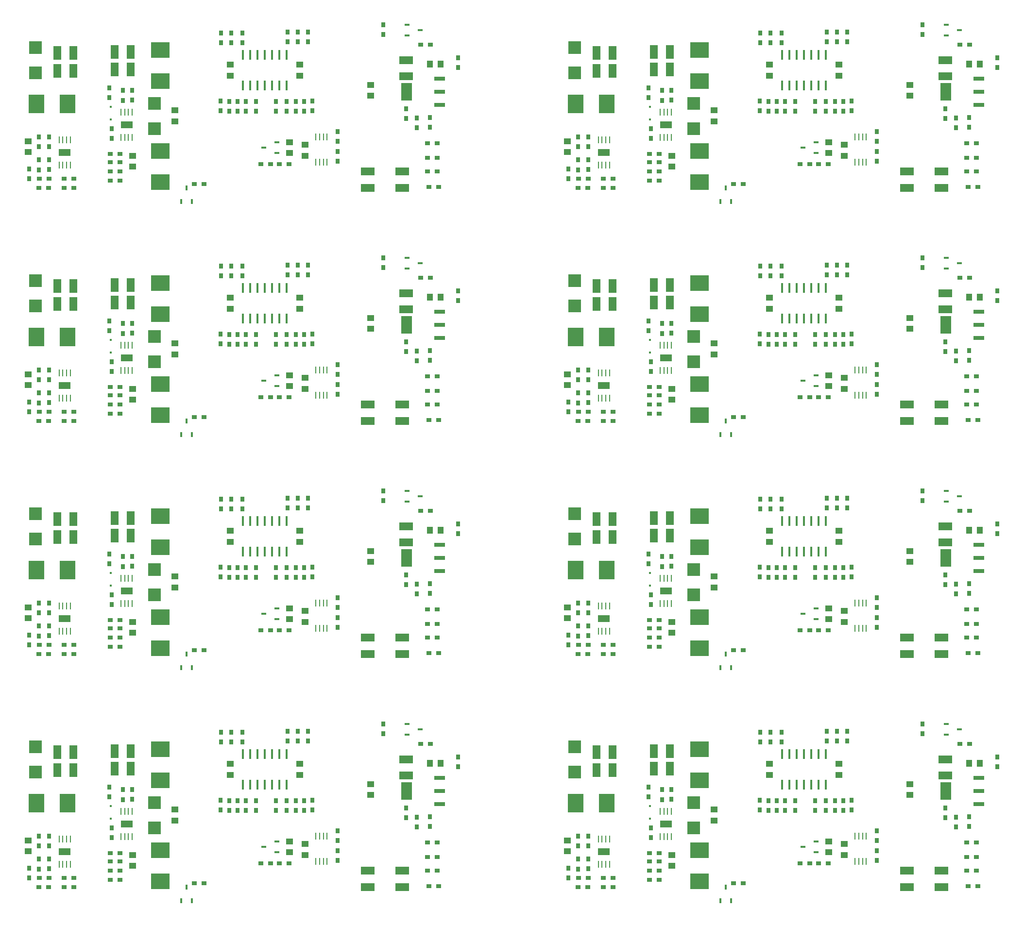
<source format=gbr>
G04 DipTrace 2.4.0.2*
%INTopPaste.gbr*%
%MOIN*%
%ADD47R,0.0156X0.0707*%
%ADD49R,0.0766X0.12*%
%ADD51R,0.0766X0.0294*%
%ADD53R,0.0786X0.0511*%
%ADD55R,0.0077X0.0471*%
%ADD57R,0.0176X0.0333*%
%ADD59R,0.0333X0.0176*%
%ADD61R,0.1298X0.1081*%
%ADD63R,0.1081X0.1298*%
%ADD69R,0.0156X0.0156*%
%ADD71R,0.0865X0.0865*%
%ADD73R,0.0983X0.055*%
%ADD75R,0.0432X0.0511*%
%ADD77R,0.0353X0.0314*%
%ADD79R,0.055X0.0983*%
%ADD81R,0.0314X0.0353*%
%ADD83R,0.0511X0.0432*%
%FSLAX44Y44*%
G04*
G70*
G90*
G75*
G01*
%LNTopPaste*%
%LPD*%
D83*
X5441Y10066D3*
Y9318D3*
D81*
X6878Y10378D3*
Y9709D3*
D79*
X7441Y14879D3*
X8543D3*
X7441Y16128D3*
X8543D3*
D77*
X8566Y6878D3*
X7897D3*
D81*
X6191Y8110D3*
Y8779D3*
X6878Y8128D3*
Y8797D3*
D83*
X12628Y9065D3*
Y8317D3*
D81*
X11940Y12878D3*
Y13547D3*
D83*
X15504Y11441D3*
Y12189D3*
D79*
X11379Y15004D3*
X12481D3*
X11379Y16191D3*
X12481D3*
D77*
X11065Y7378D3*
X11734D3*
X11754Y9191D3*
X11085D3*
D75*
X33752Y15377D3*
X33003D3*
D73*
X31377Y14513D3*
Y15615D3*
D81*
X32127Y11672D3*
Y11002D3*
X19255Y12129D3*
Y12798D3*
D83*
X24443Y9065D3*
Y9814D3*
X23378Y9253D3*
Y10001D3*
D81*
X24380Y12129D3*
Y12798D3*
X19380Y16816D3*
Y17486D3*
X23943Y16897D3*
Y17566D3*
D83*
X19317Y14566D3*
Y15314D3*
X24067Y14566D3*
Y15314D3*
X28940Y13190D3*
Y13938D3*
D73*
X28753Y6878D3*
Y7980D3*
X31128Y6878D3*
Y7980D3*
D71*
X5941Y16504D3*
Y14772D3*
X14129Y10941D3*
Y12673D3*
D69*
X11127Y12440D3*
Y11574D3*
D63*
X6003Y12628D3*
X8149D3*
D61*
X14504Y7253D3*
Y9399D3*
Y14191D3*
Y16336D3*
D59*
X31440Y18065D3*
Y17317D3*
X32346Y17691D3*
D57*
X15940Y5940D3*
X16688D3*
X16314Y6846D3*
D77*
X8566Y7503D3*
X7897D3*
X6191Y6860D3*
X6860D3*
X6878Y7485D3*
X6209D3*
D81*
X6191Y9690D3*
Y10360D3*
X12565Y13565D3*
Y12896D3*
X11190Y10940D3*
Y10271D3*
D77*
X11065Y8628D3*
X11734D3*
D81*
X31377Y11628D3*
Y12297D3*
X33002Y11021D3*
Y11690D3*
X29815Y18065D3*
Y17396D3*
D77*
X32378Y16690D3*
X33047D3*
D81*
X34940Y15127D3*
Y15797D3*
D77*
X22065Y8502D3*
X21396D3*
X22690D3*
X23359D3*
D81*
X26693Y10066D3*
Y10735D3*
Y8690D3*
Y9360D3*
X20380Y12129D3*
Y12798D3*
X19817Y12129D3*
Y12798D3*
X18630Y12816D3*
Y12147D3*
X23192Y12129D3*
Y12798D3*
X23817Y12129D3*
Y12798D3*
X24942Y12816D3*
Y12147D3*
X20130Y17504D3*
Y16835D3*
X18692Y16816D3*
Y17486D3*
X23255Y17548D3*
Y16879D3*
X24630D3*
Y17548D3*
D77*
X17503Y7128D3*
X16833D3*
X32940Y6940D3*
X33609D3*
D81*
X21065Y12127D3*
Y12797D3*
X22440Y12127D3*
Y12797D3*
X11003Y13065D3*
Y13734D3*
X5503Y7502D3*
Y8172D3*
D77*
X11065Y8003D3*
X11734D3*
X33503D3*
X32833D3*
X33503Y8940D3*
X32833D3*
X33503Y9940D3*
X32833D3*
D55*
X7566Y8440D3*
X7822D3*
X8078D3*
X8334D3*
Y10173D3*
X8078D3*
X7822D3*
X7566D3*
D53*
X7950Y9307D3*
D55*
X11816Y10316D3*
X12072D3*
X12328D3*
X12584D3*
Y12048D3*
X12328D3*
X12072D3*
X11816D3*
D53*
X12200Y11182D3*
D51*
X33690Y12565D3*
Y13471D3*
Y14376D3*
D49*
X31407Y13471D3*
D55*
X25193Y8628D3*
X25449D3*
X25705D3*
X25960D3*
Y10360D3*
X25705D3*
X25449D3*
X25193D3*
D59*
X22505Y9253D3*
Y10001D3*
X21599Y9627D3*
D47*
X20192Y13879D3*
X20692D3*
X21192D3*
X21692D3*
X22192D3*
X22692D3*
X23192D3*
Y16005D3*
X22692D3*
X22192D3*
X21692D3*
X21192D3*
X20692D3*
X20192D3*
D83*
X42441Y10066D3*
Y9318D3*
D81*
X43878Y10378D3*
Y9709D3*
D79*
X44441Y14879D3*
X45543D3*
X44441Y16128D3*
X45543D3*
D77*
X45566Y6878D3*
X44897D3*
D81*
X43191Y8110D3*
Y8779D3*
X43878Y8128D3*
Y8797D3*
D83*
X49628Y9065D3*
Y8317D3*
D81*
X48940Y12878D3*
Y13547D3*
D83*
X52504Y11441D3*
Y12189D3*
D79*
X48379Y15004D3*
X49481D3*
X48379Y16191D3*
X49481D3*
D77*
X48065Y7378D3*
X48734D3*
X48754Y9191D3*
X48085D3*
D75*
X70752Y15377D3*
X70003D3*
D73*
X68377Y14513D3*
Y15615D3*
D81*
X69127Y11672D3*
Y11002D3*
X56255Y12129D3*
Y12798D3*
D83*
X61443Y9065D3*
Y9814D3*
X60378Y9253D3*
Y10001D3*
D81*
X61380Y12129D3*
Y12798D3*
X56380Y16816D3*
Y17486D3*
X60943Y16897D3*
Y17566D3*
D83*
X56317Y14566D3*
Y15314D3*
X61067Y14566D3*
Y15314D3*
X65940Y13190D3*
Y13938D3*
D73*
X65753Y6878D3*
Y7980D3*
X68128Y6878D3*
Y7980D3*
D71*
X42941Y16504D3*
Y14772D3*
X51129Y10941D3*
Y12673D3*
D69*
X48127Y12440D3*
Y11574D3*
D63*
X43003Y12628D3*
X45149D3*
D61*
X51504Y7253D3*
Y9399D3*
Y14191D3*
Y16336D3*
D59*
X68440Y18065D3*
Y17317D3*
X69346Y17691D3*
D57*
X52940Y5940D3*
X53688D3*
X53314Y6846D3*
D77*
X45566Y7503D3*
X44897D3*
X43191Y6860D3*
X43860D3*
X43878Y7485D3*
X43209D3*
D81*
X43191Y9690D3*
Y10360D3*
X49565Y13565D3*
Y12896D3*
X48190Y10940D3*
Y10271D3*
D77*
X48065Y8628D3*
X48734D3*
D81*
X68377Y11628D3*
Y12297D3*
X70002Y11021D3*
Y11690D3*
X66815Y18065D3*
Y17396D3*
D77*
X69378Y16690D3*
X70047D3*
D81*
X71940Y15127D3*
Y15797D3*
D77*
X59065Y8502D3*
X58396D3*
X59690D3*
X60359D3*
D81*
X63693Y10066D3*
Y10735D3*
Y8690D3*
Y9360D3*
X57380Y12129D3*
Y12798D3*
X56817Y12129D3*
Y12798D3*
X55630Y12816D3*
Y12147D3*
X60192Y12129D3*
Y12798D3*
X60817Y12129D3*
Y12798D3*
X61942Y12816D3*
Y12147D3*
X57130Y17504D3*
Y16835D3*
X55692Y16816D3*
Y17486D3*
X60255Y17548D3*
Y16879D3*
X61630D3*
Y17548D3*
D77*
X54503Y7128D3*
X53833D3*
X69940Y6940D3*
X70609D3*
D81*
X58065Y12127D3*
Y12797D3*
X59440Y12127D3*
Y12797D3*
X48003Y13065D3*
Y13734D3*
X42503Y7502D3*
Y8172D3*
D77*
X48065Y8003D3*
X48734D3*
X70503D3*
X69833D3*
X70503Y8940D3*
X69833D3*
X70503Y9940D3*
X69833D3*
D55*
X44566Y8440D3*
X44822D3*
X45078D3*
X45334D3*
Y10173D3*
X45078D3*
X44822D3*
X44566D3*
D53*
X44950Y9307D3*
D55*
X48816Y10316D3*
X49072D3*
X49328D3*
X49584D3*
Y12048D3*
X49328D3*
X49072D3*
X48816D3*
D53*
X49200Y11182D3*
D51*
X70690Y12565D3*
Y13471D3*
Y14376D3*
D49*
X68407Y13471D3*
D55*
X62193Y8628D3*
X62449D3*
X62705D3*
X62960D3*
Y10360D3*
X62705D3*
X62449D3*
X62193D3*
D59*
X59505Y9253D3*
Y10001D3*
X58599Y9627D3*
D47*
X57192Y13879D3*
X57692D3*
X58192D3*
X58692D3*
X59192D3*
X59692D3*
X60192D3*
Y16005D3*
X59692D3*
X59192D3*
X58692D3*
X58192D3*
X57692D3*
X57192D3*
D83*
X5441Y26066D3*
Y25318D3*
D81*
X6878Y26378D3*
Y25709D3*
D79*
X7441Y30879D3*
X8543D3*
X7441Y32128D3*
X8543D3*
D77*
X8566Y22878D3*
X7897D3*
D81*
X6191Y24110D3*
Y24779D3*
X6878Y24128D3*
Y24797D3*
D83*
X12628Y25065D3*
Y24317D3*
D81*
X11940Y28878D3*
Y29547D3*
D83*
X15504Y27441D3*
Y28189D3*
D79*
X11379Y31004D3*
X12481D3*
X11379Y32191D3*
X12481D3*
D77*
X11065Y23378D3*
X11734D3*
X11754Y25191D3*
X11085D3*
D75*
X33752Y31377D3*
X33003D3*
D73*
X31377Y30513D3*
Y31615D3*
D81*
X32127Y27672D3*
Y27002D3*
X19255Y28129D3*
Y28798D3*
D83*
X24443Y25065D3*
Y25814D3*
X23378Y25253D3*
Y26001D3*
D81*
X24380Y28129D3*
Y28798D3*
X19380Y32816D3*
Y33486D3*
X23943Y32897D3*
Y33566D3*
D83*
X19317Y30566D3*
Y31314D3*
X24067Y30566D3*
Y31314D3*
X28940Y29190D3*
Y29938D3*
D73*
X28753Y22878D3*
Y23980D3*
X31128Y22878D3*
Y23980D3*
D71*
X5941Y32504D3*
Y30772D3*
X14129Y26941D3*
Y28673D3*
D69*
X11127Y28440D3*
Y27574D3*
D63*
X6003Y28628D3*
X8149D3*
D61*
X14504Y23253D3*
Y25399D3*
Y30191D3*
Y32336D3*
D59*
X31440Y34065D3*
Y33317D3*
X32346Y33691D3*
D57*
X15940Y21940D3*
X16688D3*
X16314Y22846D3*
D77*
X8566Y23503D3*
X7897D3*
X6191Y22860D3*
X6860D3*
X6878Y23485D3*
X6209D3*
D81*
X6191Y25690D3*
Y26360D3*
X12565Y29565D3*
Y28896D3*
X11190Y26940D3*
Y26271D3*
D77*
X11065Y24628D3*
X11734D3*
D81*
X31377Y27628D3*
Y28297D3*
X33002Y27021D3*
Y27690D3*
X29815Y34065D3*
Y33396D3*
D77*
X32378Y32690D3*
X33047D3*
D81*
X34940Y31127D3*
Y31797D3*
D77*
X22065Y24502D3*
X21396D3*
X22690D3*
X23359D3*
D81*
X26693Y26066D3*
Y26735D3*
Y24690D3*
Y25360D3*
X20380Y28129D3*
Y28798D3*
X19817Y28129D3*
Y28798D3*
X18630Y28816D3*
Y28147D3*
X23192Y28129D3*
Y28798D3*
X23817Y28129D3*
Y28798D3*
X24942Y28816D3*
Y28147D3*
X20130Y33504D3*
Y32835D3*
X18692Y32816D3*
Y33486D3*
X23255Y33548D3*
Y32879D3*
X24630D3*
Y33548D3*
D77*
X17503Y23128D3*
X16833D3*
X32940Y22940D3*
X33609D3*
D81*
X21065Y28127D3*
Y28797D3*
X22440Y28127D3*
Y28797D3*
X11003Y29065D3*
Y29734D3*
X5503Y23502D3*
Y24172D3*
D77*
X11065Y24003D3*
X11734D3*
X33503D3*
X32833D3*
X33503Y24940D3*
X32833D3*
X33503Y25940D3*
X32833D3*
D55*
X7566Y24440D3*
X7822D3*
X8078D3*
X8334D3*
Y26173D3*
X8078D3*
X7822D3*
X7566D3*
D53*
X7950Y25307D3*
D55*
X11816Y26316D3*
X12072D3*
X12328D3*
X12584D3*
Y28048D3*
X12328D3*
X12072D3*
X11816D3*
D53*
X12200Y27182D3*
D51*
X33690Y28565D3*
Y29471D3*
Y30376D3*
D49*
X31407Y29471D3*
D55*
X25193Y24628D3*
X25449D3*
X25705D3*
X25960D3*
Y26360D3*
X25705D3*
X25449D3*
X25193D3*
D59*
X22505Y25253D3*
Y26001D3*
X21599Y25627D3*
D47*
X20192Y29879D3*
X20692D3*
X21192D3*
X21692D3*
X22192D3*
X22692D3*
X23192D3*
Y32005D3*
X22692D3*
X22192D3*
X21692D3*
X21192D3*
X20692D3*
X20192D3*
D83*
X42441Y26066D3*
Y25318D3*
D81*
X43878Y26378D3*
Y25709D3*
D79*
X44441Y30879D3*
X45543D3*
X44441Y32128D3*
X45543D3*
D77*
X45566Y22878D3*
X44897D3*
D81*
X43191Y24110D3*
Y24779D3*
X43878Y24128D3*
Y24797D3*
D83*
X49628Y25065D3*
Y24317D3*
D81*
X48940Y28878D3*
Y29547D3*
D83*
X52504Y27441D3*
Y28189D3*
D79*
X48379Y31004D3*
X49481D3*
X48379Y32191D3*
X49481D3*
D77*
X48065Y23378D3*
X48734D3*
X48754Y25191D3*
X48085D3*
D75*
X70752Y31377D3*
X70003D3*
D73*
X68377Y30513D3*
Y31615D3*
D81*
X69127Y27672D3*
Y27002D3*
X56255Y28129D3*
Y28798D3*
D83*
X61443Y25065D3*
Y25814D3*
X60378Y25253D3*
Y26001D3*
D81*
X61380Y28129D3*
Y28798D3*
X56380Y32816D3*
Y33486D3*
X60943Y32897D3*
Y33566D3*
D83*
X56317Y30566D3*
Y31314D3*
X61067Y30566D3*
Y31314D3*
X65940Y29190D3*
Y29938D3*
D73*
X65753Y22878D3*
Y23980D3*
X68128Y22878D3*
Y23980D3*
D71*
X42941Y32504D3*
Y30772D3*
X51129Y26941D3*
Y28673D3*
D69*
X48127Y28440D3*
Y27574D3*
D63*
X43003Y28628D3*
X45149D3*
D61*
X51504Y23253D3*
Y25399D3*
Y30191D3*
Y32336D3*
D59*
X68440Y34065D3*
Y33317D3*
X69346Y33691D3*
D57*
X52940Y21940D3*
X53688D3*
X53314Y22846D3*
D77*
X45566Y23503D3*
X44897D3*
X43191Y22860D3*
X43860D3*
X43878Y23485D3*
X43209D3*
D81*
X43191Y25690D3*
Y26360D3*
X49565Y29565D3*
Y28896D3*
X48190Y26940D3*
Y26271D3*
D77*
X48065Y24628D3*
X48734D3*
D81*
X68377Y27628D3*
Y28297D3*
X70002Y27021D3*
Y27690D3*
X66815Y34065D3*
Y33396D3*
D77*
X69378Y32690D3*
X70047D3*
D81*
X71940Y31127D3*
Y31797D3*
D77*
X59065Y24502D3*
X58396D3*
X59690D3*
X60359D3*
D81*
X63693Y26066D3*
Y26735D3*
Y24690D3*
Y25360D3*
X57380Y28129D3*
Y28798D3*
X56817Y28129D3*
Y28798D3*
X55630Y28816D3*
Y28147D3*
X60192Y28129D3*
Y28798D3*
X60817Y28129D3*
Y28798D3*
X61942Y28816D3*
Y28147D3*
X57130Y33504D3*
Y32835D3*
X55692Y32816D3*
Y33486D3*
X60255Y33548D3*
Y32879D3*
X61630D3*
Y33548D3*
D77*
X54503Y23128D3*
X53833D3*
X69940Y22940D3*
X70609D3*
D81*
X58065Y28127D3*
Y28797D3*
X59440Y28127D3*
Y28797D3*
X48003Y29065D3*
Y29734D3*
X42503Y23502D3*
Y24172D3*
D77*
X48065Y24003D3*
X48734D3*
X70503D3*
X69833D3*
X70503Y24940D3*
X69833D3*
X70503Y25940D3*
X69833D3*
D55*
X44566Y24440D3*
X44822D3*
X45078D3*
X45334D3*
Y26173D3*
X45078D3*
X44822D3*
X44566D3*
D53*
X44950Y25307D3*
D55*
X48816Y26316D3*
X49072D3*
X49328D3*
X49584D3*
Y28048D3*
X49328D3*
X49072D3*
X48816D3*
D53*
X49200Y27182D3*
D51*
X70690Y28565D3*
Y29471D3*
Y30376D3*
D49*
X68407Y29471D3*
D55*
X62193Y24628D3*
X62449D3*
X62705D3*
X62960D3*
Y26360D3*
X62705D3*
X62449D3*
X62193D3*
D59*
X59505Y25253D3*
Y26001D3*
X58599Y25627D3*
D47*
X57192Y29879D3*
X57692D3*
X58192D3*
X58692D3*
X59192D3*
X59692D3*
X60192D3*
Y32005D3*
X59692D3*
X59192D3*
X58692D3*
X58192D3*
X57692D3*
X57192D3*
D83*
X5441Y42066D3*
Y41318D3*
D81*
X6878Y42378D3*
Y41709D3*
D79*
X7441Y46879D3*
X8543D3*
X7441Y48128D3*
X8543D3*
D77*
X8566Y38878D3*
X7897D3*
D81*
X6191Y40110D3*
Y40779D3*
X6878Y40128D3*
Y40797D3*
D83*
X12628Y41065D3*
Y40317D3*
D81*
X11940Y44878D3*
Y45547D3*
D83*
X15504Y43441D3*
Y44189D3*
D79*
X11379Y47004D3*
X12481D3*
X11379Y48191D3*
X12481D3*
D77*
X11065Y39378D3*
X11734D3*
X11754Y41191D3*
X11085D3*
D75*
X33752Y47377D3*
X33003D3*
D73*
X31377Y46513D3*
Y47615D3*
D81*
X32127Y43672D3*
Y43002D3*
X19255Y44129D3*
Y44798D3*
D83*
X24443Y41065D3*
Y41814D3*
X23378Y41253D3*
Y42001D3*
D81*
X24380Y44129D3*
Y44798D3*
X19380Y48816D3*
Y49486D3*
X23943Y48897D3*
Y49566D3*
D83*
X19317Y46566D3*
Y47314D3*
X24067Y46566D3*
Y47314D3*
X28940Y45190D3*
Y45938D3*
D73*
X28753Y38878D3*
Y39980D3*
X31128Y38878D3*
Y39980D3*
D71*
X5941Y48504D3*
Y46772D3*
X14129Y42941D3*
Y44673D3*
D69*
X11127Y44440D3*
Y43574D3*
D63*
X6003Y44628D3*
X8149D3*
D61*
X14504Y39253D3*
Y41399D3*
Y46191D3*
Y48336D3*
D59*
X31440Y50065D3*
Y49317D3*
X32346Y49691D3*
D57*
X15940Y37940D3*
X16688D3*
X16314Y38846D3*
D77*
X8566Y39503D3*
X7897D3*
X6191Y38860D3*
X6860D3*
X6878Y39485D3*
X6209D3*
D81*
X6191Y41690D3*
Y42360D3*
X12565Y45565D3*
Y44896D3*
X11190Y42940D3*
Y42271D3*
D77*
X11065Y40628D3*
X11734D3*
D81*
X31377Y43628D3*
Y44297D3*
X33002Y43021D3*
Y43690D3*
X29815Y50065D3*
Y49396D3*
D77*
X32378Y48690D3*
X33047D3*
D81*
X34940Y47127D3*
Y47797D3*
D77*
X22065Y40502D3*
X21396D3*
X22690D3*
X23359D3*
D81*
X26693Y42066D3*
Y42735D3*
Y40690D3*
Y41360D3*
X20380Y44129D3*
Y44798D3*
X19817Y44129D3*
Y44798D3*
X18630Y44816D3*
Y44147D3*
X23192Y44129D3*
Y44798D3*
X23817Y44129D3*
Y44798D3*
X24942Y44816D3*
Y44147D3*
X20130Y49504D3*
Y48835D3*
X18692Y48816D3*
Y49486D3*
X23255Y49548D3*
Y48879D3*
X24630D3*
Y49548D3*
D77*
X17503Y39128D3*
X16833D3*
X32940Y38940D3*
X33609D3*
D81*
X21065Y44127D3*
Y44797D3*
X22440Y44127D3*
Y44797D3*
X11003Y45065D3*
Y45734D3*
X5503Y39502D3*
Y40172D3*
D77*
X11065Y40003D3*
X11734D3*
X33503D3*
X32833D3*
X33503Y40940D3*
X32833D3*
X33503Y41940D3*
X32833D3*
D55*
X7566Y40440D3*
X7822D3*
X8078D3*
X8334D3*
Y42173D3*
X8078D3*
X7822D3*
X7566D3*
D53*
X7950Y41307D3*
D55*
X11816Y42316D3*
X12072D3*
X12328D3*
X12584D3*
Y44048D3*
X12328D3*
X12072D3*
X11816D3*
D53*
X12200Y43182D3*
D51*
X33690Y44565D3*
Y45471D3*
Y46376D3*
D49*
X31407Y45471D3*
D55*
X25193Y40628D3*
X25449D3*
X25705D3*
X25960D3*
Y42360D3*
X25705D3*
X25449D3*
X25193D3*
D59*
X22505Y41253D3*
Y42001D3*
X21599Y41627D3*
D47*
X20192Y45879D3*
X20692D3*
X21192D3*
X21692D3*
X22192D3*
X22692D3*
X23192D3*
Y48005D3*
X22692D3*
X22192D3*
X21692D3*
X21192D3*
X20692D3*
X20192D3*
D83*
X42441Y42066D3*
Y41318D3*
D81*
X43878Y42378D3*
Y41709D3*
D79*
X44441Y46879D3*
X45543D3*
X44441Y48128D3*
X45543D3*
D77*
X45566Y38878D3*
X44897D3*
D81*
X43191Y40110D3*
Y40779D3*
X43878Y40128D3*
Y40797D3*
D83*
X49628Y41065D3*
Y40317D3*
D81*
X48940Y44878D3*
Y45547D3*
D83*
X52504Y43441D3*
Y44189D3*
D79*
X48379Y47004D3*
X49481D3*
X48379Y48191D3*
X49481D3*
D77*
X48065Y39378D3*
X48734D3*
X48754Y41191D3*
X48085D3*
D75*
X70752Y47377D3*
X70003D3*
D73*
X68377Y46513D3*
Y47615D3*
D81*
X69127Y43672D3*
Y43002D3*
X56255Y44129D3*
Y44798D3*
D83*
X61443Y41065D3*
Y41814D3*
X60378Y41253D3*
Y42001D3*
D81*
X61380Y44129D3*
Y44798D3*
X56380Y48816D3*
Y49486D3*
X60943Y48897D3*
Y49566D3*
D83*
X56317Y46566D3*
Y47314D3*
X61067Y46566D3*
Y47314D3*
X65940Y45190D3*
Y45938D3*
D73*
X65753Y38878D3*
Y39980D3*
X68128Y38878D3*
Y39980D3*
D71*
X42941Y48504D3*
Y46772D3*
X51129Y42941D3*
Y44673D3*
D69*
X48127Y44440D3*
Y43574D3*
D63*
X43003Y44628D3*
X45149D3*
D61*
X51504Y39253D3*
Y41399D3*
Y46191D3*
Y48336D3*
D59*
X68440Y50065D3*
Y49317D3*
X69346Y49691D3*
D57*
X52940Y37940D3*
X53688D3*
X53314Y38846D3*
D77*
X45566Y39503D3*
X44897D3*
X43191Y38860D3*
X43860D3*
X43878Y39485D3*
X43209D3*
D81*
X43191Y41690D3*
Y42360D3*
X49565Y45565D3*
Y44896D3*
X48190Y42940D3*
Y42271D3*
D77*
X48065Y40628D3*
X48734D3*
D81*
X68377Y43628D3*
Y44297D3*
X70002Y43021D3*
Y43690D3*
X66815Y50065D3*
Y49396D3*
D77*
X69378Y48690D3*
X70047D3*
D81*
X71940Y47127D3*
Y47797D3*
D77*
X59065Y40502D3*
X58396D3*
X59690D3*
X60359D3*
D81*
X63693Y42066D3*
Y42735D3*
Y40690D3*
Y41360D3*
X57380Y44129D3*
Y44798D3*
X56817Y44129D3*
Y44798D3*
X55630Y44816D3*
Y44147D3*
X60192Y44129D3*
Y44798D3*
X60817Y44129D3*
Y44798D3*
X61942Y44816D3*
Y44147D3*
X57130Y49504D3*
Y48835D3*
X55692Y48816D3*
Y49486D3*
X60255Y49548D3*
Y48879D3*
X61630D3*
Y49548D3*
D77*
X54503Y39128D3*
X53833D3*
X69940Y38940D3*
X70609D3*
D81*
X58065Y44127D3*
Y44797D3*
X59440Y44127D3*
Y44797D3*
X48003Y45065D3*
Y45734D3*
X42503Y39502D3*
Y40172D3*
D77*
X48065Y40003D3*
X48734D3*
X70503D3*
X69833D3*
X70503Y40940D3*
X69833D3*
X70503Y41940D3*
X69833D3*
D55*
X44566Y40440D3*
X44822D3*
X45078D3*
X45334D3*
Y42173D3*
X45078D3*
X44822D3*
X44566D3*
D53*
X44950Y41307D3*
D55*
X48816Y42316D3*
X49072D3*
X49328D3*
X49584D3*
Y44048D3*
X49328D3*
X49072D3*
X48816D3*
D53*
X49200Y43182D3*
D51*
X70690Y44565D3*
Y45471D3*
Y46376D3*
D49*
X68407Y45471D3*
D55*
X62193Y40628D3*
X62449D3*
X62705D3*
X62960D3*
Y42360D3*
X62705D3*
X62449D3*
X62193D3*
D59*
X59505Y41253D3*
Y42001D3*
X58599Y41627D3*
D47*
X57192Y45879D3*
X57692D3*
X58192D3*
X58692D3*
X59192D3*
X59692D3*
X60192D3*
Y48005D3*
X59692D3*
X59192D3*
X58692D3*
X58192D3*
X57692D3*
X57192D3*
D83*
X5441Y58066D3*
Y57318D3*
D81*
X6878Y58378D3*
Y57709D3*
D79*
X7441Y62879D3*
X8543D3*
X7441Y64128D3*
X8543D3*
D77*
X8566Y54878D3*
X7897D3*
D81*
X6191Y56110D3*
Y56779D3*
X6878Y56128D3*
Y56797D3*
D83*
X12628Y57065D3*
Y56317D3*
D81*
X11940Y60878D3*
Y61547D3*
D83*
X15504Y59441D3*
Y60189D3*
D79*
X11379Y63004D3*
X12481D3*
X11379Y64191D3*
X12481D3*
D77*
X11065Y55378D3*
X11734D3*
X11754Y57191D3*
X11085D3*
D75*
X33752Y63377D3*
X33003D3*
D73*
X31377Y62513D3*
Y63615D3*
D81*
X32127Y59672D3*
Y59002D3*
X19255Y60129D3*
Y60798D3*
D83*
X24443Y57065D3*
Y57814D3*
X23378Y57253D3*
Y58001D3*
D81*
X24380Y60129D3*
Y60798D3*
X19380Y64816D3*
Y65486D3*
X23943Y64897D3*
Y65566D3*
D83*
X19317Y62566D3*
Y63314D3*
X24067Y62566D3*
Y63314D3*
X28940Y61190D3*
Y61938D3*
D73*
X28753Y54878D3*
Y55980D3*
X31128Y54878D3*
Y55980D3*
D71*
X5941Y64504D3*
Y62772D3*
X14129Y58941D3*
Y60673D3*
D69*
X11127Y60440D3*
Y59574D3*
D63*
X6003Y60628D3*
X8149D3*
D61*
X14504Y55253D3*
Y57399D3*
Y62191D3*
Y64336D3*
D59*
X31440Y66065D3*
Y65317D3*
X32346Y65691D3*
D57*
X15940Y53940D3*
X16688D3*
X16314Y54846D3*
D77*
X8566Y55503D3*
X7897D3*
X6191Y54860D3*
X6860D3*
X6878Y55485D3*
X6209D3*
D81*
X6191Y57690D3*
Y58360D3*
X12565Y61565D3*
Y60896D3*
X11190Y58940D3*
Y58271D3*
D77*
X11065Y56628D3*
X11734D3*
D81*
X31377Y59628D3*
Y60297D3*
X33002Y59021D3*
Y59690D3*
X29815Y66065D3*
Y65396D3*
D77*
X32378Y64690D3*
X33047D3*
D81*
X34940Y63127D3*
Y63797D3*
D77*
X22065Y56502D3*
X21396D3*
X22690D3*
X23359D3*
D81*
X26693Y58066D3*
Y58735D3*
Y56690D3*
Y57360D3*
X20380Y60129D3*
Y60798D3*
X19817Y60129D3*
Y60798D3*
X18630Y60816D3*
Y60147D3*
X23192Y60129D3*
Y60798D3*
X23817Y60129D3*
Y60798D3*
X24942Y60816D3*
Y60147D3*
X20130Y65504D3*
Y64835D3*
X18692Y64816D3*
Y65486D3*
X23255Y65548D3*
Y64879D3*
X24630D3*
Y65548D3*
D77*
X17503Y55128D3*
X16833D3*
X32940Y54940D3*
X33609D3*
D81*
X21065Y60127D3*
Y60797D3*
X22440Y60127D3*
Y60797D3*
X11003Y61065D3*
Y61734D3*
X5503Y55502D3*
Y56172D3*
D77*
X11065Y56003D3*
X11734D3*
X33503D3*
X32833D3*
X33503Y56940D3*
X32833D3*
X33503Y57940D3*
X32833D3*
D55*
X7566Y56440D3*
X7822D3*
X8078D3*
X8334D3*
Y58173D3*
X8078D3*
X7822D3*
X7566D3*
D53*
X7950Y57307D3*
D55*
X11816Y58316D3*
X12072D3*
X12328D3*
X12584D3*
Y60048D3*
X12328D3*
X12072D3*
X11816D3*
D53*
X12200Y59182D3*
D51*
X33690Y60565D3*
Y61471D3*
Y62376D3*
D49*
X31407Y61471D3*
D55*
X25193Y56628D3*
X25449D3*
X25705D3*
X25960D3*
Y58360D3*
X25705D3*
X25449D3*
X25193D3*
D59*
X22505Y57253D3*
Y58001D3*
X21599Y57627D3*
D47*
X20192Y61879D3*
X20692D3*
X21192D3*
X21692D3*
X22192D3*
X22692D3*
X23192D3*
Y64005D3*
X22692D3*
X22192D3*
X21692D3*
X21192D3*
X20692D3*
X20192D3*
D83*
X42441Y58066D3*
Y57318D3*
D81*
X43878Y58378D3*
Y57709D3*
D79*
X44441Y62879D3*
X45543D3*
X44441Y64128D3*
X45543D3*
D77*
X45566Y54878D3*
X44897D3*
D81*
X43191Y56110D3*
Y56779D3*
X43878Y56128D3*
Y56797D3*
D83*
X49628Y57065D3*
Y56317D3*
D81*
X48940Y60878D3*
Y61547D3*
D83*
X52504Y59441D3*
Y60189D3*
D79*
X48379Y63004D3*
X49481D3*
X48379Y64191D3*
X49481D3*
D77*
X48065Y55378D3*
X48734D3*
X48754Y57191D3*
X48085D3*
D75*
X70752Y63377D3*
X70003D3*
D73*
X68377Y62513D3*
Y63615D3*
D81*
X69127Y59672D3*
Y59002D3*
X56255Y60129D3*
Y60798D3*
D83*
X61443Y57065D3*
Y57814D3*
X60378Y57253D3*
Y58001D3*
D81*
X61380Y60129D3*
Y60798D3*
X56380Y64816D3*
Y65486D3*
X60943Y64897D3*
Y65566D3*
D83*
X56317Y62566D3*
Y63314D3*
X61067Y62566D3*
Y63314D3*
X65940Y61190D3*
Y61938D3*
D73*
X65753Y54878D3*
Y55980D3*
X68128Y54878D3*
Y55980D3*
D71*
X42941Y64504D3*
Y62772D3*
X51129Y58941D3*
Y60673D3*
D69*
X48127Y60440D3*
Y59574D3*
D63*
X43003Y60628D3*
X45149D3*
D61*
X51504Y55253D3*
Y57399D3*
Y62191D3*
Y64336D3*
D59*
X68440Y66065D3*
Y65317D3*
X69346Y65691D3*
D57*
X52940Y53940D3*
X53688D3*
X53314Y54846D3*
D77*
X45566Y55503D3*
X44897D3*
X43191Y54860D3*
X43860D3*
X43878Y55485D3*
X43209D3*
D81*
X43191Y57690D3*
Y58360D3*
X49565Y61565D3*
Y60896D3*
X48190Y58940D3*
Y58271D3*
D77*
X48065Y56628D3*
X48734D3*
D81*
X68377Y59628D3*
Y60297D3*
X70002Y59021D3*
Y59690D3*
X66815Y66065D3*
Y65396D3*
D77*
X69378Y64690D3*
X70047D3*
D81*
X71940Y63127D3*
Y63797D3*
D77*
X59065Y56502D3*
X58396D3*
X59690D3*
X60359D3*
D81*
X63693Y58066D3*
Y58735D3*
Y56690D3*
Y57360D3*
X57380Y60129D3*
Y60798D3*
X56817Y60129D3*
Y60798D3*
X55630Y60816D3*
Y60147D3*
X60192Y60129D3*
Y60798D3*
X60817Y60129D3*
Y60798D3*
X61942Y60816D3*
Y60147D3*
X57130Y65504D3*
Y64835D3*
X55692Y64816D3*
Y65486D3*
X60255Y65548D3*
Y64879D3*
X61630D3*
Y65548D3*
D77*
X54503Y55128D3*
X53833D3*
X69940Y54940D3*
X70609D3*
D81*
X58065Y60127D3*
Y60797D3*
X59440Y60127D3*
Y60797D3*
X48003Y61065D3*
Y61734D3*
X42503Y55502D3*
Y56172D3*
D77*
X48065Y56003D3*
X48734D3*
X70503D3*
X69833D3*
X70503Y56940D3*
X69833D3*
X70503Y57940D3*
X69833D3*
D55*
X44566Y56440D3*
X44822D3*
X45078D3*
X45334D3*
Y58173D3*
X45078D3*
X44822D3*
X44566D3*
D53*
X44950Y57307D3*
D55*
X48816Y58316D3*
X49072D3*
X49328D3*
X49584D3*
Y60048D3*
X49328D3*
X49072D3*
X48816D3*
D53*
X49200Y59182D3*
D51*
X70690Y60565D3*
Y61471D3*
Y62376D3*
D49*
X68407Y61471D3*
D55*
X62193Y56628D3*
X62449D3*
X62705D3*
X62960D3*
Y58360D3*
X62705D3*
X62449D3*
X62193D3*
D59*
X59505Y57253D3*
Y58001D3*
X58599Y57627D3*
D47*
X57192Y61879D3*
X57692D3*
X58192D3*
X58692D3*
X59192D3*
X59692D3*
X60192D3*
Y64005D3*
X59692D3*
X59192D3*
X58692D3*
X58192D3*
X57692D3*
X57192D3*
M02*

</source>
